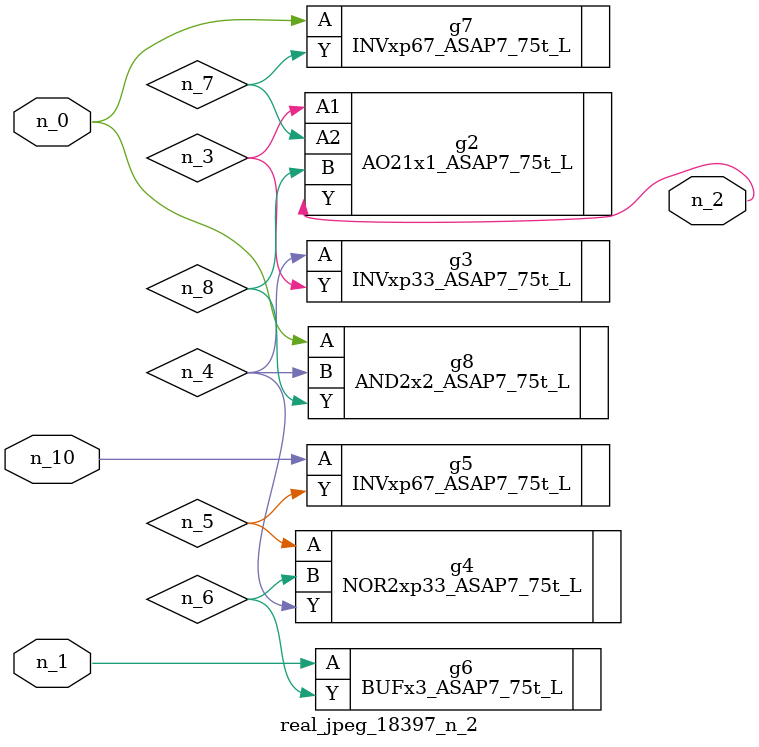
<source format=v>
module real_jpeg_18397_n_2 (n_1, n_10, n_0, n_2);

input n_1;
input n_10;
input n_0;

output n_2;

wire n_5;
wire n_4;
wire n_8;
wire n_6;
wire n_7;
wire n_3;

INVxp67_ASAP7_75t_L g7 ( 
.A(n_0),
.Y(n_7)
);

AND2x2_ASAP7_75t_L g8 ( 
.A(n_0),
.B(n_4),
.Y(n_8)
);

BUFx3_ASAP7_75t_L g6 ( 
.A(n_1),
.Y(n_6)
);

AO21x1_ASAP7_75t_L g2 ( 
.A1(n_3),
.A2(n_7),
.B(n_8),
.Y(n_2)
);

INVxp33_ASAP7_75t_L g3 ( 
.A(n_4),
.Y(n_3)
);

NOR2xp33_ASAP7_75t_L g4 ( 
.A(n_5),
.B(n_6),
.Y(n_4)
);

INVxp67_ASAP7_75t_L g5 ( 
.A(n_10),
.Y(n_5)
);


endmodule
</source>
